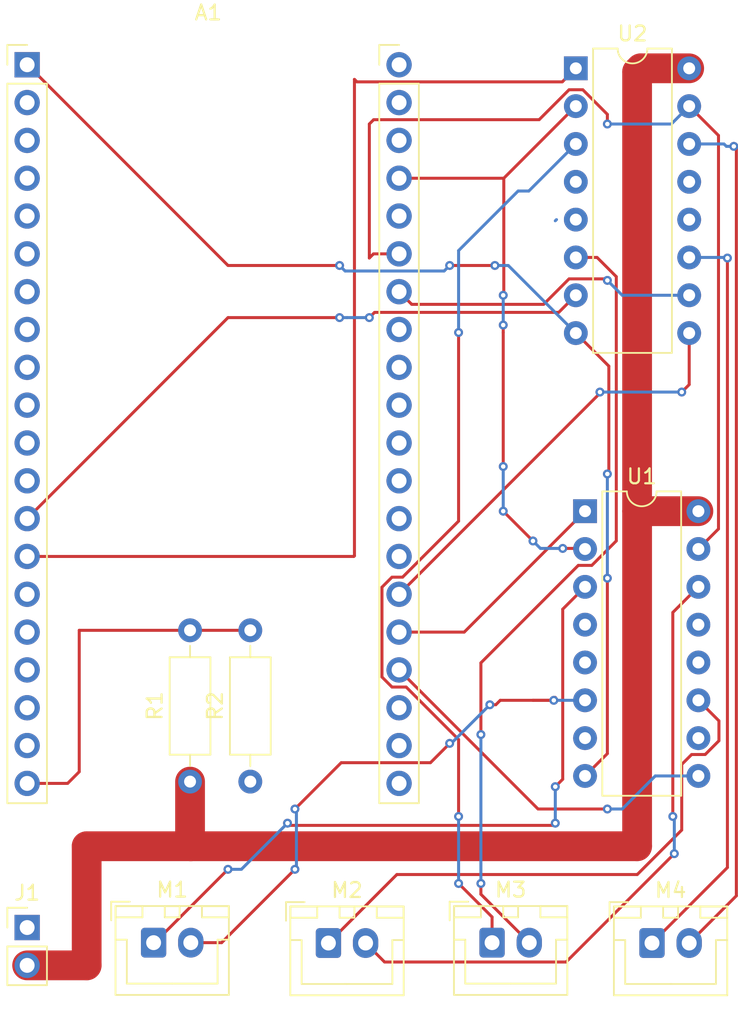
<source format=kicad_pcb>
(kicad_pcb (version 20240108) (generator "pcbnew") (generator_version "8.0")
  (layers (0 "F.Cu" signal) (31 "B.Cu" signal) (34 "B.Paste" user) (35 "F.Paste" user) (36 "B.SilkS" user "B.Silkscreen") (37 "F.SilkS" user "F.Silkscreen") (38 "B.Mask" user) (39 "F.Mask" user) (44 "Edge.Cuts" user))
  (net 0 "")
  (net 1 "Net-(A1-GPIO14)")
  (net 2 "GND")
  (net 6 "Net-(A1-GPIO41)")
  (net 7 "Net-(M2-+)")
  (net 8 "Net-(M2--)")
  (net 9 "Net-(M1--)")
  (net 10 "Net-(M1-+)")
  (net 11 "Net-(A1-GPIO47)")
  (net 12 "Net-(M4--)")
  (net 16 "Net-(M3-+)")
  (net 17 "Net-(M3--)")
  (net 19 "Net-(M4-+)")
  (net 22 "Net-(A1-GPIO45)")
  (net 30 "Net-(A1-GPIO46)")
  (net 32 "Net-(A1-GPIO1)")
  (net 35 "Net-(A1-GPIO48)")
  (net 42 "Net-(A1-GPIO42)")
  (net 46 "Net-(A1-GPIO3)")
  (net 48 "+6V")
  (net 49 "+3.3V")
  (footprint "Resistor_THT:R_Axial_DIN0207_L6.3mm_D2.5mm_P10.16mm_Horizontal" (layer "F.Cu") (at 148.45 110.66 90)
    (property "Reference" "R1" (at 5.08 -2.37 270) (layer "F.SilkS"))
    (property "Value" "50k")
    (fp_line (start 8.35 -1.37) (end 1.81 -1.37) (stroke (width 0.12)) (layer "F.SilkS"))
    (fp_line (start 1.81 -1.37) (end 1.81 1.37) (stroke (width 0.12)) (layer "F.SilkS"))
    (fp_line (start 9.12 0) (end 8.35 0) (stroke (width 0.12)) (layer "F.SilkS"))
    (fp_line (start 1.04 0) (end 1.81 0) (stroke (width 0.12)) (layer "F.SilkS"))
    (fp_line (start 8.35 1.37) (end 8.35 -1.37) (stroke (width 0.12)) (layer "F.SilkS"))
    (fp_line (start 1.81 1.37) (end 8.35 1.37) (stroke (width 0.12)) (layer "F.SilkS"))
    (pad "1" thru_hole circle (at 0 0 90) (size 1.6 1.6) (drill 0.8) (layers "*.Cu" "*.Mask") (net 48 "+6V"))
    (pad "2" thru_hole oval (at 10.16 0 90) (size 1.6 1.6) (drill 0.8) (layers "*.Cu" "*.Mask") (net 1 "Net-(A1-GPIO14)"))
  )
  (footprint "Custom:FREENOVE ESP32-S3 WROOM" (layer "F.Cu") (at 137.5 62.52)
    (property "Reference" "A1" (at 12.175 -3.5 0) (layer "F.SilkS"))
    (property "Value" "ESP32_S3_WROOM")
    (fp_line (start -1.33 -1.33) (end 0 -1.33) (stroke (width 0.12)) (layer "F.SilkS"))
    (fp_line (start -1.33 0) (end -1.33 -1.33) (stroke (width 0.12)) (layer "F.SilkS"))
    (fp_line (start -1.33 1.27) (end -1.33 49.59) (stroke (width 0.12)) (layer "F.SilkS"))
    (fp_line (start -1.33 1.27) (end 1.33 1.27) (stroke (width 0.12)) (layer "F.SilkS"))
    (fp_line (start -1.33 49.59) (end 1.33 49.59) (stroke (width 0.12)) (layer "F.SilkS"))
    (fp_line (start 1.33 1.27) (end 1.33 49.59) (stroke (width 0.12)) (layer "F.SilkS"))
    (fp_line (start 23.67 -1.33) (end 25 -1.33) (stroke (width 0.12)) (layer "F.SilkS"))
    (fp_line (start 23.67 0) (end 23.67 -1.33) (stroke (width 0.12)) (layer "F.SilkS"))
    (fp_line (start 23.67 1.27) (end 23.67 49.59) (stroke (width 0.12)) (layer "F.SilkS"))
    (fp_line (start 23.67 1.27) (end 26.33 1.27) (stroke (width 0.12)) (layer "F.SilkS"))
    (fp_line (start 23.67 49.59) (end 26.33 49.59) (stroke (width 0.12)) (layer "F.SilkS"))
    (fp_line (start 26.33 1.27) (end 26.33 49.59) (stroke (width 0.12)) (layer "F.SilkS"))
    (pad "1" thru_hole rect (at 0 0) (size 1.7 1.7) (drill 1) (layers "*.Cu" "*.Mask") (net 49 "+3.3V"))
    (pad "2" thru_hole oval (at 0 2.54) (size 1.7 1.7) (drill 1) (layers "*.Cu" "*.Mask"))
    (pad "3" thru_hole oval (at 0 5.08) (size 1.7 1.7) (drill 1) (layers "*.Cu" "*.Mask"))
    (pad "4" thru_hole oval (at 0 7.62) (size 1.7 1.7) (drill 1) (layers "*.Cu" "*.Mask"))
    (pad "5" thru_hole oval (at 0 10.16) (size 1.7 1.7) (drill 1) (layers "*.Cu" "*.Mask"))
    (pad "6" thru_hole oval (at 0 12.7) (size 1.7 1.7) (drill 1) (layers "*.Cu" "*.Mask"))
    (pad "7" thru_hole oval (at 0 15.24) (size 1.7 1.7) (drill 1) (layers "*.Cu" "*.Mask"))
    (pad "8" thru_hole oval (at 0 17.78) (size 1.7 1.7) (drill 1) (layers "*.Cu" "*.Mask"))
    (pad "9" thru_hole oval (at 0 20.32) (size 1.7 1.7) (drill 1) (layers "*.Cu" "*.Mask"))
    (pad "10" thru_hole oval (at 0 22.86) (size 1.7 1.7) (drill 1) (layers "*.Cu" "*.Mask"))
    (pad "11" thru_hole oval (at 0 25.4) (size 1.7 1.7) (drill 1) (layers "*.Cu" "*.Mask"))
    (pad "12" thru_hole oval (at 0 27.94) (size 1.7 1.7) (drill 1) (layers "*.Cu" "*.Mask"))
    (pad "13" thru_hole oval (at 0 30.48) (size 1.7 1.7) (drill 1) (layers "*.Cu" "*.Mask") (net 46 "Net-(A1-GPIO3)"))
    (pad "14" thru_hole oval (at 0 33.02) (size 1.7 1.7) (drill 1) (layers "*.Cu" "*.Mask") (net 30 "Net-(A1-GPIO46)"))
    (pad "15" thru_hole oval (at 0 35.56) (size 1.7 1.7) (drill 1) (layers "*.Cu" "*.Mask"))
    (pad "16" thru_hole oval (at 0 38.1) (size 1.7 1.7) (drill 1) (layers "*.Cu" "*.Mask"))
    (pad "17" thru_hole oval (at 0 40.64) (size 1.7 1.7) (drill 1) (layers "*.Cu" "*.Mask"))
    (pad "18" thru_hole oval (at 0 43.18) (size 1.7 1.7) (drill 1) (layers "*.Cu" "*.Mask"))
    (pad "19" thru_hole oval (at 0 45.72) (size 1.7 1.7) (drill 1) (layers "*.Cu" "*.Mask"))
    (pad "20" thru_hole oval (at 0 48.26) (size 1.7 1.7) (drill 1) (layers "*.Cu" "*.Mask") (net 1 "Net-(A1-GPIO14)"))
    (pad "21" thru_hole circle (at 25 0) (size 1.7 1.7) (drill 1) (layers "*.Cu" "*.Mask"))
    (pad "22" thru_hole oval (at 25 2.54) (size 1.7 1.7) (drill 1) (layers "*.Cu" "*.Mask"))
    (pad "23" thru_hole oval (at 25 5.08) (size 1.7 1.7) (drill 1) (layers "*.Cu" "*.Mask"))
    (pad "24" thru_hole oval (at 25 7.62) (size 1.7 1.7) (drill 1) (layers "*.Cu" "*.Mask") (net 32 "Net-(A1-GPIO1)"))
    (pad "25" thru_hole oval (at 25 10.16) (size 1.7 1.7) (drill 1) (layers "*.Cu" "*.Mask"))
    (pad "26" thru_hole oval (at 25 12.7) (size 1.7 1.7) (drill 1) (layers "*.Cu" "*.Mask") (net 42 "Net-(A1-GPIO42)"))
    (pad "27" thru_hole oval (at 25 15.24) (size 1.7 1.7) (drill 1) (layers "*.Cu" "*.Mask") (net 6 "Net-(A1-GPIO41)"))
    (pad "28" thru_hole oval (at 25 17.78) (size 1.7 1.7) (drill 1) (layers "*.Cu" "*.Mask"))
    (pad "29" thru_hole oval (at 25 20.32) (size 1.7 1.7) (drill 1) (layers "*.Cu" "*.Mask"))
    (pad "30" thru_hole oval (at 25 22.86) (size 1.7 1.7) (drill 1) (layers "*.Cu" "*.Mask"))
    (pad "31" thru_hole oval (at 25 25.4) (size 1.7 1.7) (drill 1) (layers "*.Cu" "*.Mask"))
    (pad "32" thru_hole oval (at 25 27.94) (size 1.7 1.7) (drill 1) (layers "*.Cu" "*.Mask"))
    (pad "33" thru_hole oval (at 25 30.48) (size 1.7 1.7) (drill 1) (layers "*.Cu" "*.Mask"))
    (pad "34" thru_hole oval (at 25 33.02) (size 1.7 1.7) (drill 1) (layers "*.Cu" "*.Mask"))
    (pad "35" thru_hole oval (at 25 35.56) (size 1.7 1.7) (drill 1) (layers "*.Cu" "*.Mask") (net 22 "Net-(A1-GPIO45)"))
    (pad "36" thru_hole oval (at 25 38.1) (size 1.7 1.7) (drill 1) (layers "*.Cu" "*.Mask") (net 35 "Net-(A1-GPIO48)"))
    (pad "37" thru_hole oval (at 25 40.64) (size 1.7 1.7) (drill 1) (layers "*.Cu" "*.Mask") (net 11 "Net-(A1-GPIO47)"))
    (pad "38" thru_hole oval (at 25 43.18) (size 1.7 1.7) (drill 1) (layers "*.Cu" "*.Mask"))
    (pad "39" thru_hole oval (at 25 45.72) (size 1.7 1.7) (drill 1) (layers "*.Cu" "*.Mask"))
    (pad "40" thru_hole oval (at 25 48.26) (size 1.7 1.7) (drill 1) (layers "*.Cu" "*.Mask"))
  )
  (footprint "Package_DIP:DIP-16_W7.62mm" (layer "F.Cu") (at 174.38 62.76)
    (property "Reference" "U2" (at 3.81 -2.33 0) (layer "F.SilkS"))
    (property "Value" "L293D")
    (fp_line (start 1.16 -1.33) (end 1.16 19.11) (stroke (width 0.12)) (layer "F.SilkS"))
    (fp_line (start 1.16 19.11) (end 6.46 19.11) (stroke (width 0.12)) (layer "F.SilkS"))
    (fp_line (start 2.81 -1.33) (end 1.16 -1.33) (stroke (width 0.12)) (layer "F.SilkS"))
    (fp_line (start 6.46 -1.33) (end 4.81 -1.33) (stroke (width 0.12)) (layer "F.SilkS"))
    (fp_line (start 6.46 19.11) (end 6.46 -1.33) (stroke (width 0.12)) (layer "F.SilkS"))
    (fp_arc (start 4.81 -1.33) (mid 3.81 -0.33) (end 2.81 -1.33) (stroke (width 0.12)) (layer "F.SilkS"))
    (pad "1" thru_hole rect (at 0 0) (size 1.6 1.6) (drill 0.8) (layers "*.Cu" "*.Mask") (net 30 "Net-(A1-GPIO46)"))
    (pad "2" thru_hole oval (at 0 2.54) (size 1.6 1.6) (drill 0.8) (layers "*.Cu" "*.Mask") (net 32 "Net-(A1-GPIO1)"))
    (pad "3" thru_hole oval (at 0 5.08) (size 1.6 1.6) (drill 0.8) (layers "*.Cu" "*.Mask") (net 16 "Net-(M3-+)"))
    (pad "4" thru_hole oval (at 0 7.62) (size 1.6 1.6) (drill 0.8) (layers "*.Cu" "*.Mask") (net 2 "GND"))
    (pad "5" thru_hole oval (at 0 10.16) (size 1.6 1.6) (drill 0.8) (layers "*.Cu" "*.Mask") (net 2 "GND"))
    (pad "6" thru_hole oval (at 0 12.7) (size 1.6 1.6) (drill 0.8) (layers "*.Cu" "*.Mask") (net 17 "Net-(M3--)"))
    (pad "7" thru_hole oval (at 0 15.24) (size 1.6 1.6) (drill 0.8) (layers "*.Cu" "*.Mask") (net 46 "Net-(A1-GPIO3)"))
    (pad "8" thru_hole oval (at 0 17.78) (size 1.6 1.6) (drill 0.8) (layers "*.Cu" "*.Mask") (net 49 "+3.3V"))
    (pad "9" thru_hole oval (at 7.62 17.78) (size 1.6 1.6) (drill 0.8) (layers "*.Cu" "*.Mask") (net 22 "Net-(A1-GPIO45)"))
    (pad "10" thru_hole oval (at 7.62 15.24) (size 1.6 1.6) (drill 0.8) (layers "*.Cu" "*.Mask") (net 6 "Net-(A1-GPIO41)"))
    (pad "11" thru_hole oval (at 7.62 12.7) (size 1.6 1.6) (drill 0.8) (layers "*.Cu" "*.Mask") (net 19 "Net-(M4-+)"))
    (pad "12" thru_hole oval (at 7.62 10.16) (size 1.6 1.6) (drill 0.8) (layers "*.Cu" "*.Mask") (net 2 "GND"))
    (pad "13" thru_hole oval (at 7.62 7.62) (size 1.6 1.6) (drill 0.8) (layers "*.Cu" "*.Mask") (net 2 "GND"))
    (pad "14" thru_hole oval (at 7.62 5.08) (size 1.6 1.6) (drill 0.8) (layers "*.Cu" "*.Mask") (net 12 "Net-(M4--)"))
    (pad "15" thru_hole oval (at 7.62 2.54) (size 1.6 1.6) (drill 0.8) (layers "*.Cu" "*.Mask") (net 42 "Net-(A1-GPIO42)"))
    (pad "16" thru_hole oval (at 7.62 0) (size 1.6 1.6) (drill 0.8) (layers "*.Cu" "*.Mask") (net 48 "+6V"))
  )
  (footprint "Connector_JST:JST_XH_B2B-XH-A_1x02_P2.50mm_Vertical" (layer "F.Cu") (at 146 121.475)
    (property "Reference" "M1" (at 1.25 -3.55 0) (layer "F.SilkS"))
    (property "Value" "Motor_DC")
    (fp_line (start -2.85 -2.75) (end -2.85 -1.5) (stroke (width 0.12)) (layer "F.SilkS"))
    (fp_line (start -2.56 -2.46) (end -2.56 3.51) (stroke (width 0.12)) (layer "F.SilkS"))
    (fp_line (start -2.56 3.51) (end 5.06 3.51) (stroke (width 0.12)) (layer "F.SilkS"))
    (fp_line (start -2.55 -2.45) (end -2.55 -1.7) (stroke (width 0.12)) (layer "F.SilkS"))
    (fp_line (start -2.55 -1.7) (end -0.75 -1.7) (stroke (width 0.12)) (layer "F.SilkS"))
    (fp_line (start -2.55 -0.2) (end -1.8 -0.2) (stroke (width 0.12)) (layer "F.SilkS"))
    (fp_line (start -1.8 -0.2) (end -1.8 2.75) (stroke (width 0.12)) (layer "F.SilkS"))
    (fp_line (start -1.8 2.75) (end 1.25 2.75) (stroke (width 0.12)) (layer "F.SilkS"))
    (fp_line (start -1.6 -2.75) (end -2.85 -2.75) (stroke (width 0.12)) (layer "F.SilkS"))
    (fp_line (start -0.75 -2.45) (end -2.55 -2.45) (stroke (width 0.12)) (layer "F.SilkS"))
    (fp_line (start -0.75 -1.7) (end -0.75 -2.45) (stroke (width 0.12)) (layer "F.SilkS"))
    (fp_line (start 0.75 -2.45) (end 0.75 -1.7) (stroke (width 0.12)) (layer "F.SilkS"))
    (fp_line (start 0.75 -1.7) (end 1.75 -1.7) (stroke (width 0.12)) (layer "F.SilkS"))
    (fp_line (start 1.75 -2.45) (end 0.75 -2.45) (stroke (width 0.12)) (layer "F.SilkS"))
    (fp_line (start 1.75 -1.7) (end 1.75 -2.45) (stroke (width 0.12)) (layer "F.SilkS"))
    (fp_line (start 3.25 -2.45) (end 3.25 -1.7) (stroke (width 0.12)) (layer "F.SilkS"))
    (fp_line (start 3.25 -1.7) (end 5.05 -1.7) (stroke (width 0.12)) (layer "F.SilkS"))
    (fp_line (start 4.3 -0.2) (end 4.3 2.75) (stroke (width 0.12)) (layer "F.SilkS"))
    (fp_line (start 4.3 2.75) (end 1.25 2.75) (stroke (width 0.12)) (layer "F.SilkS"))
    (fp_line (start 5.05 -2.45) (end 3.25 -2.45) (stroke (width 0.12)) (layer "F.SilkS"))
    (fp_line (start 5.05 -1.7) (end 5.05 -2.45) (stroke (width 0.12)) (layer "F.SilkS"))
    (fp_line (start 5.05 -0.2) (end 4.3 -0.2) (stroke (width 0.12)) (layer "F.SilkS"))
    (fp_line (start 5.06 -2.46) (end -2.56 -2.46) (stroke (width 0.12)) (layer "F.SilkS"))
    (fp_line (start 5.06 3.51) (end 5.06 -2.46) (stroke (width 0.12)) (layer "F.SilkS"))
    (pad "1" thru_hole roundrect (at 0 0) (size 1.7 2) (drill 1) (layers "*.Cu" "*.Mask") (roundrect_rratio 0.147059) (net 10 "Net-(M1-+)"))
    (pad "2" thru_hole oval (at 2.5 0) (size 1.7 2) (drill 1) (layers "*.Cu" "*.Mask") (net 9 "Net-(M1--)"))
  )
  (footprint "Connector_JST:JST_XH_B2B-XH-A_1x02_P2.50mm_Vertical" (layer "F.Cu") (at 157.75 121.5)
    (property "Reference" "M2" (at 1.25 -3.55 0) (layer "F.SilkS"))
    (property "Value" "Motor_DC")
    (fp_line (start -2.85 -2.75) (end -2.85 -1.5) (stroke (width 0.12)) (layer "F.SilkS"))
    (fp_line (start -2.56 -2.46) (end -2.56 3.51) (stroke (width 0.12)) (layer "F.SilkS"))
    (fp_line (start -2.56 3.51) (end 5.06 3.51) (stroke (width 0.12)) (layer "F.SilkS"))
    (fp_line (start -2.55 -2.45) (end -2.55 -1.7) (stroke (width 0.12)) (layer "F.SilkS"))
    (fp_line (start -2.55 -1.7) (end -0.75 -1.7) (stroke (width 0.12)) (layer "F.SilkS"))
    (fp_line (start -2.55 -0.2) (end -1.8 -0.2) (stroke (width 0.12)) (layer "F.SilkS"))
    (fp_line (start -1.8 -0.2) (end -1.8 2.75) (stroke (width 0.12)) (layer "F.SilkS"))
    (fp_line (start -1.8 2.75) (end 1.25 2.75) (stroke (width 0.12)) (layer "F.SilkS"))
    (fp_line (start -1.6 -2.75) (end -2.85 -2.75) (stroke (width 0.12)) (layer "F.SilkS"))
    (fp_line (start -0.75 -2.45) (end -2.55 -2.45) (stroke (width 0.12)) (layer "F.SilkS"))
    (fp_line (start -0.75 -1.7) (end -0.75 -2.45) (stroke (width 0.12)) (layer "F.SilkS"))
    (fp_line (start 0.75 -2.45) (end 0.75 -1.7) (stroke (width 0.12)) (layer "F.SilkS"))
    (fp_line (start 0.75 -1.7) (end 1.75 -1.7) (stroke (width 0.12)) (layer "F.SilkS"))
    (fp_line (start 1.75 -2.45) (end 0.75 -2.45) (stroke (width 0.12)) (layer "F.SilkS"))
    (fp_line (start 1.75 -1.7) (end 1.75 -2.45) (stroke (width 0.12)) (layer "F.SilkS"))
    (fp_line (start 3.25 -2.45) (end 3.25 -1.7) (stroke (width 0.12)) (layer "F.SilkS"))
    (fp_line (start 3.25 -1.7) (end 5.05 -1.7) (stroke (width 0.12)) (layer "F.SilkS"))
    (fp_line (start 4.3 -0.2) (end 4.3 2.75) (stroke (width 0.12)) (layer "F.SilkS"))
    (fp_line (start 4.3 2.75) (end 1.25 2.75) (stroke (width 0.12)) (layer "F.SilkS"))
    (fp_line (start 5.05 -2.45) (end 3.25 -2.45) (stroke (width 0.12)) (layer "F.SilkS"))
    (fp_line (start 5.05 -1.7) (end 5.05 -2.45) (stroke (width 0.12)) (layer "F.SilkS"))
    (fp_line (start 5.05 -0.2) (end 4.3 -0.2) (stroke (width 0.12)) (layer "F.SilkS"))
    (fp_line (start 5.06 -2.46) (end -2.56 -2.46) (stroke (width 0.12)) (layer "F.SilkS"))
    (fp_line (start 5.06 3.51) (end 5.06 -2.46) (stroke (width 0.12)) (layer "F.SilkS"))
    (pad "1" thru_hole roundrect (at 0 0) (size 1.7 2) (drill 1) (layers "*.Cu" "*.Mask") (roundrect_rratio 0.147059) (net 7 "Net-(M2-+)"))
    (pad "2" thru_hole oval (at 2.5 0) (size 1.7 2) (drill 1) (layers "*.Cu" "*.Mask") (net 8 "Net-(M2--)"))
  )
  (footprint "Connector_JST:JST_XH_B2B-XH-A_1x02_P2.50mm_Vertical" (layer "F.Cu") (at 179.5 121.5)
    (property "Reference" "M4" (at 1.25 -3.55 0) (layer "F.SilkS"))
    (property "Value" "Motor_DC")
    (fp_line (start -2.85 -2.75) (end -2.85 -1.5) (stroke (width 0.12)) (layer "F.SilkS"))
    (fp_line (start -2.56 -2.46) (end -2.56 3.51) (stroke (width 0.12)) (layer "F.SilkS"))
    (fp_line (start -2.56 3.51) (end 5.06 3.51) (stroke (width 0.12)) (layer "F.SilkS"))
    (fp_line (start -2.55 -2.45) (end -2.55 -1.7) (stroke (width 0.12)) (layer "F.SilkS"))
    (fp_line (start -2.55 -1.7) (end -0.75 -1.7) (stroke (width 0.12)) (layer "F.SilkS"))
    (fp_line (start -2.55 -0.2) (end -1.8 -0.2) (stroke (width 0.12)) (layer "F.SilkS"))
    (fp_line (start -1.8 -0.2) (end -1.8 2.75) (stroke (width 0.12)) (layer "F.SilkS"))
    (fp_line (start -1.8 2.75) (end 1.25 2.75) (stroke (width 0.12)) (layer "F.SilkS"))
    (fp_line (start -1.6 -2.75) (end -2.85 -2.75) (stroke (width 0.12)) (layer "F.SilkS"))
    (fp_line (start -0.75 -2.45) (end -2.55 -2.45) (stroke (width 0.12)) (layer "F.SilkS"))
    (fp_line (start -0.75 -1.7) (end -0.75 -2.45) (stroke (width 0.12)) (layer "F.SilkS"))
    (fp_line (start 0.75 -2.45) (end 0.75 -1.7) (stroke (width 0.12)) (layer "F.SilkS"))
    (fp_line (start 0.75 -1.7) (end 1.75 -1.7) (stroke (width 0.12)) (layer "F.SilkS"))
    (fp_line (start 1.75 -2.45) (end 0.75 -2.45) (stroke (width 0.12)) (layer "F.SilkS"))
    (fp_line (start 1.75 -1.7) (end 1.75 -2.45) (stroke (width 0.12)) (layer "F.SilkS"))
    (fp_line (start 3.25 -2.45) (end 3.25 -1.7) (stroke (width 0.12)) (layer "F.SilkS"))
    (fp_line (start 3.25 -1.7) (end 5.05 -1.7) (stroke (width 0.12)) (layer "F.SilkS"))
    (fp_line (start 4.3 -0.2) (end 4.3 2.75) (stroke (width 0.12)) (layer "F.SilkS"))
    (fp_line (start 4.3 2.75) (end 1.25 2.75) (stroke (width 0.12)) (layer "F.SilkS"))
    (fp_line (start 5.05 -2.45) (end 3.25 -2.45) (stroke (width 0.12)) (layer "F.SilkS"))
    (fp_line (start 5.05 -1.7) (end 5.05 -2.45) (stroke (width 0.12)) (layer "F.SilkS"))
    (fp_line (start 5.05 -0.2) (end 4.3 -0.2) (stroke (width 0.12)) (layer "F.SilkS"))
    (fp_line (start 5.06 -2.46) (end -2.56 -2.46) (stroke (width 0.12)) (layer "F.SilkS"))
    (fp_line (start 5.06 3.51) (end 5.06 -2.46) (stroke (width 0.12)) (layer "F.SilkS"))
    (pad "1" thru_hole roundrect (at 0 0) (size 1.7 2) (drill 1) (layers "*.Cu" "*.Mask") (roundrect_rratio 0.147059) (net 19 "Net-(M4-+)"))
    (pad "2" thru_hole oval (at 2.5 0) (size 1.7 2) (drill 1) (layers "*.Cu" "*.Mask") (net 12 "Net-(M4--)"))
  )
  (footprint "Connector_JST:JST_XH_B2B-XH-A_1x02_P2.50mm_Vertical" (layer "F.Cu") (at 168.75 121.475)
    (property "Reference" "M3" (at 1.25 -3.55 0) (layer "F.SilkS"))
    (property "Value" "Motor_DC")
    (fp_line (start -2.85 -2.75) (end -2.85 -1.5) (stroke (width 0.12)) (layer "F.SilkS"))
    (fp_line (start -2.56 -2.46) (end -2.56 3.51) (stroke (width 0.12)) (layer "F.SilkS"))
    (fp_line (start -2.56 3.51) (end 5.06 3.51) (stroke (width 0.12)) (layer "F.SilkS"))
    (fp_line (start -2.55 -2.45) (end -2.55 -1.7) (stroke (width 0.12)) (layer "F.SilkS"))
    (fp_line (start -2.55 -1.7) (end -0.75 -1.7) (stroke (width 0.12)) (layer "F.SilkS"))
    (fp_line (start -2.55 -0.2) (end -1.8 -0.2) (stroke (width 0.12)) (layer "F.SilkS"))
    (fp_line (start -1.8 -0.2) (end -1.8 2.75) (stroke (width 0.12)) (layer "F.SilkS"))
    (fp_line (start -1.8 2.75) (end 1.25 2.75) (stroke (width 0.12)) (layer "F.SilkS"))
    (fp_line (start -1.6 -2.75) (end -2.85 -2.75) (stroke (width 0.12)) (layer "F.SilkS"))
    (fp_line (start -0.75 -2.45) (end -2.55 -2.45) (stroke (width 0.12)) (layer "F.SilkS"))
    (fp_line (start -0.75 -1.7) (end -0.75 -2.45) (stroke (width 0.12)) (layer "F.SilkS"))
    (fp_line (start 0.75 -2.45) (end 0.75 -1.7) (stroke (width 0.12)) (layer "F.SilkS"))
    (fp_line (start 0.75 -1.7) (end 1.75 -1.7) (stroke (width 0.12)) (layer "F.SilkS"))
    (fp_line (start 1.75 -2.45) (end 0.75 -2.45) (stroke (width 0.12)) (layer "F.SilkS"))
    (fp_line (start 1.75 -1.7) (end 1.75 -2.45) (stroke (width 0.12)) (layer "F.SilkS"))
    (fp_line (start 3.25 -2.45) (end 3.25 -1.7) (stroke (width 0.12)) (layer "F.SilkS"))
    (fp_line (start 3.25 -1.7) (end 5.05 -1.7) (stroke (width 0.12)) (layer "F.SilkS"))
    (fp_line (start 4.3 -0.2) (end 4.3 2.75) (stroke (width 0.12)) (layer "F.SilkS"))
    (fp_line (start 4.3 2.75) (end 1.25 2.75) (stroke (width 0.12)) (layer "F.SilkS"))
    (fp_line (start 5.05 -2.45) (end 3.25 -2.45) (stroke (width 0.12)) (layer "F.SilkS"))
    (fp_line (start 5.05 -1.7) (end 5.05 -2.45) (stroke (width 0.12)) (layer "F.SilkS"))
    (fp_line (start 5.05 -0.2) (end 4.3 -0.2) (stroke (width 0.12)) (layer "F.SilkS"))
    (fp_line (start 5.06 -2.46) (end -2.56 -2.46) (stroke (width 0.12)) (layer "F.SilkS"))
    (fp_line (start 5.06 3.51) (end 5.06 -2.46) (stroke (width 0.12)) (layer "F.SilkS"))
    (pad "1" thru_hole roundrect (at 0 0) (size 1.7 2) (drill 1) (layers "*.Cu" "*.Mask") (roundrect_rratio 0.147059) (net 16 "Net-(M3-+)"))
    (pad "2" thru_hole oval (at 2.5 0) (size 1.7 2) (drill 1) (layers "*.Cu" "*.Mask") (net 17 "Net-(M3--)"))
  )
  (footprint "Package_DIP:DIP-16_W7.62mm" (layer "F.Cu") (at 175 92.5)
    (property "Reference" "U1" (at 3.81 -2.33 0) (layer "F.SilkS"))
    (property "Value" "L293D")
    (fp_line (start 1.16 -1.33) (end 1.16 19.11) (stroke (width 0.12)) (layer "F.SilkS"))
    (fp_line (start 1.16 19.11) (end 6.46 19.11) (stroke (width 0.12)) (layer "F.SilkS"))
    (fp_line (start 2.81 -1.33) (end 1.16 -1.33) (stroke (width 0.12)) (layer "F.SilkS"))
    (fp_line (start 6.46 -1.33) (end 4.81 -1.33) (stroke (width 0.12)) (layer "F.SilkS"))
    (fp_line (start 6.46 19.11) (end 6.46 -1.33) (stroke (width 0.12)) (layer "F.SilkS"))
    (fp_arc (start 4.81 -1.33) (mid 3.81 -0.33) (end 2.81 -1.33) (stroke (width 0.12)) (layer "F.SilkS"))
    (pad "1" thru_hole rect (at 0 0) (size 1.6 1.6) (drill 0.8) (layers "*.Cu" "*.Mask") (net 35 "Net-(A1-GPIO48)"))
    (pad "2" thru_hole oval (at 0 2.54) (size 1.6 1.6) (drill 0.8) (layers "*.Cu" "*.Mask") (net 32 "Net-(A1-GPIO1)"))
    (pad "3" thru_hole oval (at 0 5.08) (size 1.6 1.6) (drill 0.8) (layers "*.Cu" "*.Mask") (net 10 "Net-(M1-+)"))
    (pad "4" thru_hole oval (at 0 7.62) (size 1.6 1.6) (drill 0.8) (layers "*.Cu" "*.Mask") (net 2 "GND"))
    (pad "5" thru_hole oval (at 0 10.16) (size 1.6 1.6) (drill 0.8) (layers "*.Cu" "*.Mask") (net 2 "GND"))
    (pad "6" thru_hole oval (at 0 12.7) (size 1.6 1.6) (drill 0.8) (layers "*.Cu" "*.Mask") (net 9 "Net-(M1--)"))
    (pad "7" thru_hole oval (at 0 15.24) (size 1.6 1.6) (drill 0.8) (layers "*.Cu" "*.Mask") (net 46 "Net-(A1-GPIO3)"))
    (pad "8" thru_hole oval (at 0 17.78) (size 1.6 1.6) (drill 0.8) (layers "*.Cu" "*.Mask") (net 49 "+3.3V"))
    (pad "9" thru_hole oval (at 7.62 17.78) (size 1.6 1.6) (drill 0.8) (layers "*.Cu" "*.Mask") (net 11 "Net-(A1-GPIO47)"))
    (pad "10" thru_hole oval (at 7.62 15.24) (size 1.6 1.6) (drill 0.8) (layers "*.Cu" "*.Mask") (net 6 "Net-(A1-GPIO41)"))
    (pad "11" thru_hole oval (at 7.62 12.7) (size 1.6 1.6) (drill 0.8) (layers "*.Cu" "*.Mask") (net 7 "Net-(M2-+)"))
    (pad "12" thru_hole oval (at 7.62 10.16) (size 1.6 1.6) (drill 0.8) (layers "*.Cu" "*.Mask") (net 2 "GND"))
    (pad "13" thru_hole oval (at 7.62 7.62) (size 1.6 1.6) (drill 0.8) (layers "*.Cu" "*.Mask") (net 2 "GND"))
    (pad "14" thru_hole oval (at 7.62 5.08) (size 1.6 1.6) (drill 0.8) (layers "*.Cu" "*.Mask") (net 8 "Net-(M2--)"))
    (pad "15" thru_hole oval (at 7.62 2.54) (size 1.6 1.6) (drill 0.8) (layers "*.Cu" "*.Mask") (net 42 "Net-(A1-GPIO42)"))
    (pad "16" thru_hole oval (at 7.62 0) (size 1.6 1.6) (drill 0.8) (layers "*.Cu" "*.Mask") (net 48 "+6V"))
  )
  (footprint "Connector_PinHeader_2.54mm:PinHeader_1x02_P2.54mm_Vertical" (layer "F.Cu") (at 137.5 120.46)
    (property "Reference" "J1" (at 0 -2.33 0) (layer "F.SilkS"))
    (property "Value" "BATT")
    (fp_line (start -1.33 -1.33) (end 0 -1.33) (stroke (width 0.12)) (layer "F.SilkS"))
    (fp_line (start -1.33 0) (end -1.33 -1.33) (stroke (width 0.12)) (layer "F.SilkS"))
    (fp_line (start -1.33 1.27) (end -1.33 3.87) (stroke (width 0.12)) (layer "F.SilkS"))
    (fp_line (start -1.33 1.27) (end 1.33 1.27) (stroke (width 0.12)) (layer "F.SilkS"))
    (fp_line (start -1.33 3.87) (end 1.33 3.87) (stroke (width 0.12)) (layer "F.SilkS"))
    (fp_line (start 1.33 1.27) (end 1.33 3.87) (stroke (width 0.12)) (layer "F.SilkS"))
    (pad "1" thru_hole rect (at 0 0) (size 1.7 1.7) (drill 1) (layers "*.Cu" "*.Mask") (net 2 "GND"))
    (pad "2" thru_hole oval (at 0 2.54) (size 1.7 1.7) (drill 1) (layers "*.Cu" "*.Mask") (net 48 "+6V"))
  )
  (footprint "Resistor_THT:R_Axial_DIN0207_L6.3mm_D2.5mm_P10.16mm_Horizontal" (layer "F.Cu") (at 152.5 110.66 90)
    (property "Reference" "R2" (at 5.08 -2.37 270) (layer "F.SilkS"))
    (property "Value" "10k")
    (fp_line (start 8.35 -1.37) (end 1.81 -1.37) (stroke (width 0.12)) (layer "F.SilkS"))
    (fp_line (start 1.81 -1.37) (end 1.81 1.37) (stroke (width 0.12)) (layer "F.SilkS"))
    (fp_line (start 9.12 0) (end 8.35 0) (stroke (width 0.12)) (layer "F.SilkS"))
    (fp_line (start 1.04 0) (end 1.81 0) (stroke (width 0.12)) (layer "F.SilkS"))
    (fp_line (start 8.35 1.37) (end 8.35 -1.37) (stroke (width 0.12)) (layer "F.SilkS"))
    (fp_line (start 1.81 1.37) (end 8.35 1.37) (stroke (width 0.12)) (layer "F.SilkS"))
    (pad "1" thru_hole circle (at 0 0 90) (size 1.6 1.6) (drill 0.8) (layers "*.Cu" "*.Mask") (net 2 "GND"))
    (pad "2" thru_hole oval (at 10.16 0 90) (size 1.6 1.6) (drill 0.8) (layers "*.Cu" "*.Mask") (net 1 "Net-(A1-GPIO14)"))
  )
  (segment (start 148.45 100.5) (end 152.5 100.5) (width 0.2) (layer "F.Cu") (net 1))
  (segment (start 141 100.5) (end 141 110) (width 0.2) (layer "F.Cu") (net 1))
  (segment (start 141 110) (end 140.22 110.78) (width 0.2) (layer "F.Cu") (net 1))
  (segment (start 148.45 100.5) (end 141 100.5) (width 0.2) (layer "F.Cu") (net 1))
  (segment (start 140.22 110.78) (end 137.5 110.78) (width 0.2) (layer "F.Cu") (net 1))
  (segment (start 173.08 72.92) (end 173 73) (width 0.2) (layer "B.Cu") (net 2))
  (segment (start 176.4 76.9) (end 176.5 77) (width 0.2) (layer "F.Cu") (net 6))
  (segment (start 162.5 77.76) (end 163.35 78.61) (width 0.2) (layer "F.Cu") (net 6))
  (segment (start 172.214365 78.61) (end 173.924365 76.9) (width 0.2) (layer "F.Cu") (net 6))
  (segment (start 163.35 78.61) (end 172.214365 78.61) (width 0.2) (layer "F.Cu") (net 6))
  (segment (start 173.924365 76.9) (end 176.4 76.9) (width 0.2) (layer "F.Cu") (net 6))
  (via (at 176.5 77) (size 0.6) (drill 0.3) (layers "F.Cu" "B.Cu") (net 6))
  (segment (start 177.5 78) (end 182 78) (width 0.2) (layer "B.Cu") (net 6))
  (segment (start 176.5 77) (end 177.5 78) (width 0.2) (layer "B.Cu") (net 6))
  (segment (start 184 106.58) (end 182.62 105.2) (width 0.2) (layer "F.Cu") (net 7))
  (segment (start 178.509188 116.9) (end 181.5 113.909188) (width 0.2) (layer "F.Cu") (net 7))
  (segment (start 182.164365 108.84) (end 183.075635 108.84) (width 0.2) (layer "F.Cu") (net 7))
  (segment (start 181.5 113.909188) (end 181.5 109.504365) (width 0.2) (layer "F.Cu") (net 7))
  (segment (start 162.35 116.9) (end 178.509188 116.9) (width 0.2) (layer "F.Cu") (net 7))
  (segment (start 181.5 109.504365) (end 182.164365 108.84) (width 0.2) (layer "F.Cu") (net 7))
  (segment (start 157.75 121.5) (end 162.35 116.9) (width 0.2) (layer "F.Cu") (net 7))
  (segment (start 183.075635 108.84) (end 184 107.915635) (width 0.2) (layer "F.Cu") (net 7))
  (segment (start 184 107.915635) (end 184 106.58) (width 0.2) (layer "F.Cu") (net 7))
  (segment (start 160.25 121.5) (end 161.525 122.775) (width 0.2) (layer "F.Cu") (net 8))
  (segment (start 180.9 99.3) (end 182.62 97.58) (width 0.2) (layer "F.Cu") (net 8))
  (segment (start 173.725 122.775) (end 181 115.5) (width 0.2) (layer "F.Cu") (net 8))
  (segment (start 180.9 113) (end 180.9 99.3) (width 0.2) (layer "F.Cu") (net 8))
  (segment (start 161.525 122.775) (end 173.725 122.775) (width 0.2) (layer "F.Cu") (net 8))
  (via (at 180.9 113) (size 0.6) (drill 0.3) (layers "F.Cu" "B.Cu") (net 8))
  (via (at 181 115.5) (size 0.6) (drill 0.3) (layers "F.Cu" "B.Cu") (net 8))
  (segment (start 181 115.5) (end 181 113.1) (width 0.2) (layer "B.Cu") (net 8))
  (segment (start 181 113.1) (end 180.9 113) (width 0.2) (layer "B.Cu") (net 8))
  (segment (start 169 105.5) (end 169.3 105.2) (width 0.2) (layer "F.Cu") (net 9))
  (segment (start 171.5 105.2) (end 173.1 105.2) (width 0.2) (layer "F.Cu") (net 9))
  (segment (start 168.6 105.5) (end 169 105.5) (width 0.2) (layer "F.Cu") (net 9))
  (segment (start 155.5 112.5) (end 158.61 109.39) (width 0.2) (layer "F.Cu") (net 9))
  (segment (start 173 105.1) (end 173 105) (width 0.2) (layer "F.Cu") (net 9))
  (segment (start 164.61 109.39) (end 165.9 108.1) (width 0.2) (layer "F.Cu") (net 9))
  (segment (start 173.1 105.2) (end 173 105.1) (width 0.2) (layer "F.Cu") (net 9))
  (segment (start 171.5 105.2) (end 172.9 105.2) (width 0.2) (layer "F.Cu") (net 9))
  (segment (start 158.61 109.39) (end 164.61 109.39) (width 0.2) (layer "F.Cu") (net 9))
  (segment (start 150.575 121.475) (end 155.5 116.55) (width 0.2) (layer "F.Cu") (net 9))
  (segment (start 148.5 121.475) (end 150.575 121.475) (width 0.2) (layer "F.Cu") (net 9))
  (segment (start 165.9 108.1) (end 165.9 108.091092) (width 0.2) (layer "F.Cu") (net 9))
  (segment (start 169.3 105.2) (end 171.5 105.2) (width 0.2) (layer "F.Cu") (net 9))
  (via (at 155.5 116.55) (size 0.6) (drill 0.3) (layers "F.Cu" "B.Cu") (net 9))
  (via (at 155.5 112.5) (size 0.6) (drill 0.3) (layers "F.Cu" "B.Cu") (net 9))
  (via (at 165.9 108.091092) (size 0.6) (drill 0.3) (layers "F.Cu" "B.Cu") (net 9))
  (via (at 168.6 105.5) (size 0.6) (drill 0.3) (layers "F.Cu" "B.Cu") (net 9))
  (via (at 172.9 105.2) (size 0.6) (drill 0.3) (layers "F.Cu" "B.Cu") (net 9))
  (segment (start 166.008908 108.091092) (end 168.6 105.5) (width 0.2) (layer "B.Cu") (net 9))
  (segment (start 175 105.2) (end 172.9 105.2) (width 0.2) (layer "B.Cu") (net 9))
  (segment (start 155.5 116.55) (end 155.6 116.45) (width 0.2) (layer "B.Cu") (net 9))
  (segment (start 155.6 116.45) (end 155.6 112.6) (width 0.2) (layer "B.Cu") (net 9))
  (segment (start 165.9 108.091092) (end 166.008908 108.091092) (width 0.2) (layer "B.Cu") (net 9))
  (segment (start 155.6 112.6) (end 155.5 112.5) (width 0.2) (layer "B.Cu") (net 9))
  (segment (start 172.85 113.6) (end 173 113.45) (width 0.2) (layer "F.Cu") (net 10))
  (segment (start 173 111) (end 173.5 110.5) (width 0.2) (layer "F.Cu") (net 10))
  (segment (start 146.075 121.475) (end 151 116.55) (width 0.2) (layer "F.Cu") (net 10))
  (segment (start 155 113.45) (end 155.15 113.6) (width 0.2) (layer "F.Cu") (net 10))
  (segment (start 173.5 110.5) (end 173.5 99.08) (width 0.2) (layer "F.Cu") (net 10))
  (segment (start 155.15 113.6) (end 172.85 113.6) (width 0.2) (layer "F.Cu") (net 10))
  (segment (start 146 121.475) (end 146.075 121.475) (width 0.2) (layer "F.Cu") (net 10))
  (segment (start 173.5 99.08) (end 175 97.58) (width 0.2) (layer "F.Cu") (net 10))
  (via (at 173 111) (size 0.6) (drill 0.3) (layers "F.Cu" "B.Cu") (net 10))
  (via (at 155 113.45) (size 0.6) (drill 0.3) (layers "F.Cu" "B.Cu") (net 10))
  (via (at 151 116.55) (size 0.6) (drill 0.3) (layers "F.Cu" "B.Cu") (net 10))
  (via (at 173 113.45) (size 0.6) (drill 0.3) (layers "F.Cu" "B.Cu") (net 10))
  (segment (start 173 113.45) (end 173 113) (width 0.2) (layer "B.Cu") (net 10))
  (segment (start 151 116.55) (end 151.9 116.55) (width 0.2) (layer "B.Cu") (net 10))
  (segment (start 151.9 116.55) (end 155 113.45) (width 0.2) (layer "B.Cu") (net 10))
  (segment (start 173 113) (end 173 111) (width 0.2) (layer "B.Cu") (net 10))
  (segment (start 162.5 103.16) (end 171.84 112.5) (width 0.2) (layer "F.Cu") (net 11))
  (segment (start 171.84 112.5) (end 176.5 112.5) (width 0.2) (layer "F.Cu") (net 11))
  (via (at 176.5 112.5) (size 0.6) (drill 0.3) (layers "F.Cu" "B.Cu") (net 11))
  (segment (start 179.72 110.28) (end 182.62 110.28) (width 0.2) (layer "B.Cu") (net 11))
  (segment (start 177.5 112.5) (end 179.72 110.28) (width 0.2) (layer "B.Cu") (net 11))
  (segment (start 176.5 112.5) (end 177.5 112.5) (width 0.2) (layer "B.Cu") (net 11))
  (segment (start 185.17 118.33) (end 185.17 68.17) (width 0.2) (layer "F.Cu") (net 12))
  (segment (start 182 121.5) (end 185.17 118.33) (width 0.2) (layer "F.Cu") (net 12))
  (segment (start 185.17 68.17) (end 185 68) (width 0.2) (layer "F.Cu") (net 12))
  (via (at 185 68) (size 0.6) (drill 0.3) (layers "F.Cu" "B.Cu") (net 12))
  (segment (start 185 68) (end 184.5 68) (width 0.2) (layer "B.Cu") (net 12))
  (segment (start 184.34 67.84) (end 182 67.84) (width 0.2) (layer "B.Cu") (net 12))
  (segment (start 184.5 68) (end 184.34 67.84) (width 0.2) (layer "B.Cu") (net 12))
  (segment (start 162.736346 96.93) (end 166.5 93.166346) (width 0.2) (layer "F.Cu") (net 16))
  (segment (start 168.75 121.475) (end 168.75 119.75) (width 0.2) (layer "F.Cu") (net 16))
  (segment (start 168.75 119.75) (end 166.5 117.5) (width 0.2) (layer "F.Cu") (net 16))
  (segment (start 166.5 93.166346) (end 166.5 80.5) (width 0.2) (layer "F.Cu") (net 16))
  (segment (start 166.5 113) (end 166.5 107.833654) (width 0.2) (layer "F.Cu") (net 16))
  (segment (start 161.35 103.636346) (end 161.35 97.603654) (width 0.2) (layer "F.Cu") (net 16))
  (segment (start 162.023654 104.31) (end 161.35 103.636346) (width 0.2) (layer "F.Cu") (net 16))
  (segment (start 162.976346 104.31) (end 162.023654 104.31) (width 0.2) (layer "F.Cu") (net 16))
  (segment (start 166.5 107.833654) (end 162.976346 104.31) (width 0.2) (layer "F.Cu") (net 16))
  (segment (start 162.023654 96.93) (end 162.736346 96.93) (width 0.2) (layer "F.Cu") (net 16))
  (segment (start 161.35 97.603654) (end 162.023654 96.93) (width 0.2) (layer "F.Cu") (net 16))
  (via (at 166.5 117.5) (size 0.6) (drill 0.3) (layers "F.Cu" "B.Cu") (net 16))
  (via (at 166.5 113) (size 0.6) (drill 0.3) (layers "F.Cu" "B.Cu") (net 16))
  (via (at 166.5 80.5) (size 0.6) (drill 0.3) (layers "F.Cu" "B.Cu") (net 16))
  (segment (start 166.5 75) (end 170.5 71) (width 0.2) (layer "B.Cu") (net 16))
  (segment (start 171.22 71) (end 174.38 67.84) (width 0.2) (layer "B.Cu") (net 16))
  (segment (start 166.5 117.5) (end 166.5 117) (width 0.2) (layer "B.Cu") (net 16))
  (segment (start 170.5 71) (end 171.22 71) (width 0.2) (layer "B.Cu") (net 16))
  (segment (start 166.5 80.5) (end 166.5 75) (width 0.2) (layer "B.Cu") (net 16))
  (segment (start 166.5 117) (end 166.5 113) (width 0.2) (layer "B.Cu") (net 16))
  (segment (start 175.808529 75.46) (end 174.38 75.46) (width 0.2) (layer "F.Cu") (net 17))
  (segment (start 175.455635 96.14) (end 177.1 94.495635) (width 0.2) (layer "F.Cu") (net 17))
  (segment (start 168 107.5) (end 168 102.684365) (width 0.2) (layer "F.Cu") (net 17))
  (segment (start 171.25 121.475) (end 168 118.225) (width 0.2) (layer "F.Cu") (net 17))
  (segment (start 168 118.225) (end 168 117.5) (width 0.2) (layer "F.Cu") (net 17))
  (segment (start 177.1 94.495635) (end 177.1 76.751471) (width 0.2) (layer "F.Cu") (net 17))
  (segment (start 174.544365 96.14) (end 175.455635 96.14) (width 0.2) (layer "F.Cu") (net 17))
  (segment (start 168 102.684365) (end 174.544365 96.14) (width 0.2) (layer "F.Cu") (net 17))
  (segment (start 177.1 76.751471) (end 175.808529 75.46) (width 0.2) (layer "F.Cu") (net 17))
  (via (at 168 117.5) (size 0.6) (drill 0.3) (layers "F.Cu" "B.Cu") (net 17))
  (via (at 168 107.5) (size 0.6) (drill 0.3) (layers "F.Cu" "B.Cu") (net 17))
  (segment (start 168 117.5) (end 168 107.5) (width 0.2) (layer "B.Cu") (net 17))
  (segment (start 179.5 121.5) (end 184.57 116.43) (width 0.2) (layer "F.Cu") (net 19))
  (segment (start 184.57 116.43) (end 184.57 75.5) (width 0.2) (layer "F.Cu") (net 19))
  (via (at 184.57 75.5) (size 0.6) (drill 0.3) (layers "F.Cu" "B.Cu") (net 19))
  (segment (start 184.57 75.5) (end 184.53 75.46) (width 0.2) (layer "B.Cu") (net 19))
  (segment (start 184.53 75.46) (end 182 75.46) (width 0.2) (layer "B.Cu") (net 19))
  (segment (start 181.5 84.5) (end 182 84) (width 0.2) (layer "F.Cu") (net 22))
  (segment (start 162.5 98.08) (end 176 84.58) (width 0.2) (layer "F.Cu") (net 22))
  (segment (start 176 84.58) (end 176 84.5) (width 0.2) (layer "F.Cu") (net 22))
  (segment (start 182 84) (end 182 80.54) (width 0.2) (layer "F.Cu") (net 22))
  (via (at 181.5 84.5) (size 0.6) (drill 0.3) (layers "F.Cu" "B.Cu") (net 22))
  (via (at 176 84.5) (size 0.6) (drill 0.3) (layers "F.Cu" "B.Cu") (net 22))
  (segment (start 176 84.5) (end 176.5 84.5) (width 0.2) (layer "B.Cu") (net 22))
  (segment (start 176.5 84.5) (end 181.5 84.5) (width 0.2) (layer "B.Cu") (net 22))
  (segment (start 159.5 63.5) (end 159.67 63.67) (width 0.2) (layer "F.Cu") (net 30))
  (segment (start 137.5 95.54) (end 159.46 95.54) (width 0.2) (layer "F.Cu") (net 30))
  (segment (start 159.5 95.5) (end 159.5 63.5) (width 0.2) (layer "F.Cu") (net 30))
  (segment (start 173.47 63.67) (end 174.38 62.76) (width 0.2) (layer "F.Cu") (net 30))
  (segment (start 159.46 95.54) (end 159.5 95.5) (width 0.2) (layer "F.Cu") (net 30))
  (segment (start 159.67 63.67) (end 173.47 63.67) (width 0.2) (layer "F.Cu") (net 30))
  (segment (start 169.5 80) (end 169.5 80.5) (width 0.2) (layer "F.Cu") (net 32))
  (segment (start 169.54 70.14) (end 174.38 65.3) (width 0.2) (layer "F.Cu") (net 32))
  (segment (start 162.5 70.14) (end 169.54 70.14) (width 0.2) (layer "F.Cu") (net 32))
  (segment (start 174.96 95) (end 175 95.04) (width 0.2) (layer "F.Cu") (net 32))
  (segment (start 169.5 92.5) (end 171.5 94.5) (width 0.2) (layer "F.Cu") (net 32))
  (segment (start 173.5 95) (end 174.96 95) (width 0.2) (layer "F.Cu") (net 32))
  (segment (start 169.54 70.14) (end 169.54 77.96) (width 0.2) (layer "F.Cu") (net 32))
  (segment (start 169.5 80.5) (end 169.5 89.5) (width 0.2) (layer "F.Cu") (net 32))
  (segment (start 169.54 77.96) (end 169.5 78) (width 0.2) (layer "F.Cu") (net 32))
  (via (at 169.5 92.5) (size 0.6) (drill 0.3) (layers "F.Cu" "B.Cu") (net 32))
  (via (at 171.5 94.5) (size 0.6) (drill 0.3) (layers "F.Cu" "B.Cu") (net 32))
  (via (at 173.5 95) (size 0.6) (drill 0.3) (layers "F.Cu" "B.Cu") (net 32))
  (via (at 169.5 80) (size 0.6) (drill 0.3) (layers "F.Cu" "B.Cu") (net 32))
  (via (at 169.5 89.5) (size 0.6) (drill 0.3) (layers "F.Cu" "B.Cu") (net 32))
  (via (at 169.5 78) (size 0.6) (drill 0.3) (layers "F.Cu" "B.Cu") (net 32))
  (segment (start 172 95) (end 173.5 95) (width 0.2) (layer "B.Cu") (net 32))
  (segment (start 169.5 89.5) (end 169.5 92.5) (width 0.2) (layer "B.Cu") (net 32))
  (segment (start 169.5 78) (end 169.5 80) (width 0.2) (layer "B.Cu") (net 32))
  (segment (start 171.5 94.5) (end 172 95) (width 0.2) (layer "B.Cu") (net 32))
  (segment (start 162.5 100.62) (end 166.88 100.62) (width 0.2) (layer "F.Cu") (net 35))
  (segment (start 166.88 100.62) (end 175 92.5) (width 0.2) (layer "F.Cu") (net 35))
  (segment (start 174.85 64.2) (end 176.5 65.85) (width 0.2) (layer "F.Cu") (net 42))
  (segment (start 171.914365 66.21) (end 173.924365 64.2) (width 0.2) (layer "F.Cu") (net 42))
  (segment (start 183.97 67.27) (end 183.97 93.69) (width 0.2) (layer "F.Cu") (net 42))
  (segment (start 160.78 75.22) (end 160.5 75.5) (width 0.2) (layer "F.Cu") (net 42))
  (segment (start 162.5 75.22) (end 160.78 75.22) (width 0.2) (layer "F.Cu") (net 42))
  (segment (start 173.924365 64.2) (end 174.85 64.2) (width 0.2) (layer "F.Cu") (net 42))
  (segment (start 160.79 66.21) (end 171.914365 66.21) (width 0.2) (layer "F.Cu") (net 42))
  (segment (start 182 65.3) (end 183.97 67.27) (width 0.2) (layer "F.Cu") (net 42))
  (segment (start 160.5 66.5) (end 160.79 66.21) (width 0.2) (layer "F.Cu") (net 42))
  (segment (start 160.5 75.5) (end 160.5 66.5) (width 0.2) (layer "F.Cu") (net 42))
  (segment (start 183.97 93.69) (end 182.62 95.04) (width 0.2) (layer "F.Cu") (net 42))
  (segment (start 176.5 65.85) (end 176.5 66.5) (width 0.2) (layer "F.Cu") (net 42))
  (via (at 176.5 66.5) (size 0.6) (drill 0.3) (layers "F.Cu" "B.Cu") (net 42))
  (segment (start 180.8 66.5) (end 182 65.3) (width 0.2) (layer "B.Cu") (net 42))
  (segment (start 176.5 66.5) (end 180.8 66.5) (width 0.2) (layer "B.Cu") (net 42))
  (segment (start 160.5 79.5) (end 160.85 79.15) (width 0.2) (layer "F.Cu") (net 46))
  (segment (start 151 79.5) (end 158.5 79.5) (width 0.2) (layer "F.Cu") (net 46))
  (segment (start 173.23 79.15) (end 174.38 78) (width 0.2) (layer "F.Cu") (net 46))
  (segment (start 137.5 93) (end 151 79.5) (width 0.2) (layer "F.Cu") (net 46))
  (segment (start 160.85 79.15) (end 173.23 79.15) (width 0.2) (layer "F.Cu") (net 46))
  (via (at 160.5 79.5) (size 0.6) (drill 0.3) (layers "F.Cu" "B.Cu") (net 46))
  (via (at 158.5 79.5) (size 0.6) (drill 0.3) (layers "F.Cu" "B.Cu") (net 46))
  (segment (start 158.5 79.5) (end 159 79.5) (width 0.2) (layer "B.Cu") (net 46))
  (segment (start 159 79.5) (end 160.5 79.5) (width 0.2) (layer "B.Cu") (net 46))
  (segment (start 178.5 92.5) (end 182.62 92.5) (width 2) (layer "F.Cu") (net 48))
  (segment (start 141.5 115) (end 148.5 115) (width 2) (layer "F.Cu") (net 48))
  (segment (start 178.74 62.76) (end 182 62.76) (width 2) (layer "F.Cu") (net 48))
  (segment (start 178.5 92.5) (end 178.5 63) (width 2) (layer "F.Cu") (net 48))
  (segment (start 141.5 123) (end 141.5 115) (width 2) (layer "F.Cu") (net 48))
  (segment (start 148.45 114.95) (end 148.5 115) (width 2) (layer "F.Cu") (net 48))
  (segment (start 137.5 123) (end 141.5 123) (width 2) (layer "F.Cu") (net 48))
  (segment (start 148.45 110.66) (end 148.45 114.95) (width 2) (layer "F.Cu") (net 48))
  (segment (start 178.5 115) (end 178.5 92.5) (width 2) (layer "F.Cu") (net 48))
  (segment (start 178.5 63) (end 178.74 62.76) (width 2) (layer "F.Cu") (net 48))
  (segment (start 148.5 115) (end 178.5 115) (width 2) (layer "F.Cu") (net 48))
  (segment (start 176.5 97) (end 176.5 108.78) (width 0.2) (layer "F.Cu") (net 49))
  (segment (start 176.6 82.76) (end 176.6 89.9) (width 0.2) (layer "F.Cu") (net 49))
  (segment (start 176.5 108.78) (end 175 110.28) (width 0.2) (layer "F.Cu") (net 49))
  (segment (start 137.5 62.52) (end 137.5 62.5) (width 0.2) (layer "F.Cu") (net 49))
  (segment (start 174.38 80.54) (end 176.6 82.76) (width 0.2) (layer "F.Cu") (net 49))
  (segment (start 165.9 76) (end 168.94 76) (width 0.2) (layer "F.Cu") (net 49))
  (segment (start 176.6 89.9) (end 176.5 90) (width 0.2) (layer "F.Cu") (net 49))
  (segment (start 137.5 62.5) (end 151 76) (width 0.2) (layer "F.Cu") (net 49))
  (segment (start 151 76) (end 158.5 76) (width 0.2) (layer "F.Cu") (net 49))
  (via (at 176.5 97) (size 0.6) (drill 0.3) (layers "F.Cu" "B.Cu") (net 49))
  (via (at 165.9 76) (size 0.6) (drill 0.3) (layers "F.Cu" "B.Cu") (net 49))
  (via (at 158.5 76) (size 0.6) (drill 0.3) (layers "F.Cu" "B.Cu") (net 49))
  (via (at 176.5 90) (size 0.6) (drill 0.3) (layers "F.Cu" "B.Cu") (net 49))
  (via (at 168.94 76) (size 0.6) (drill 0.3) (layers "F.Cu" "B.Cu") (net 49))
  (segment (start 165.53 76.37) (end 165.9 76) (width 0.2) (layer "B.Cu") (net 49))
  (segment (start 169.84 76) (end 174.38 80.54) (width 0.2) (layer "B.Cu") (net 49))
  (segment (start 158.87 76.37) (end 165.53 76.37) (width 0.2) (layer "B.Cu") (net 49))
  (segment (start 168.94 76) (end 169.84 76) (width 0.2) (layer "B.Cu") (net 49))
  (segment (start 158.5 76) (end 158.87 76.37) (width 0.2) (layer "B.Cu") (net 49))
  (segment (start 176.5 97) (end 176.5 90) (width 0.2) (layer "B.Cu") (net 49))
)
</source>
